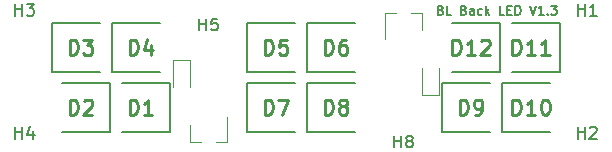
<source format=gbr>
G04 #@! TF.GenerationSoftware,KiCad,Pcbnew,(5.1.4)-1*
G04 #@! TF.CreationDate,2020-06-09T22:18:04-07:00*
G04 #@! TF.ProjectId,SkateLightBackLEDBoard,536b6174-654c-4696-9768-744261636b4c,rev?*
G04 #@! TF.SameCoordinates,Original*
G04 #@! TF.FileFunction,Legend,Top*
G04 #@! TF.FilePolarity,Positive*
%FSLAX46Y46*%
G04 Gerber Fmt 4.6, Leading zero omitted, Abs format (unit mm)*
G04 Created by KiCad (PCBNEW (5.1.4)-1) date 2020-06-09 22:18:04*
%MOMM*%
%LPD*%
G04 APERTURE LIST*
%ADD10C,0.127000*%
%ADD11C,0.120000*%
%ADD12C,0.100000*%
%ADD13C,0.200000*%
%ADD14C,0.150000*%
%ADD15C,0.254000*%
G04 APERTURE END LIST*
D10*
X11446571Y5724428D02*
X11555428Y5688142D01*
X11591714Y5651857D01*
X11628000Y5579285D01*
X11628000Y5470428D01*
X11591714Y5397857D01*
X11555428Y5361571D01*
X11482857Y5325285D01*
X11192571Y5325285D01*
X11192571Y6087285D01*
X11446571Y6087285D01*
X11519142Y6051000D01*
X11555428Y6014714D01*
X11591714Y5942142D01*
X11591714Y5869571D01*
X11555428Y5797000D01*
X11519142Y5760714D01*
X11446571Y5724428D01*
X11192571Y5724428D01*
X12317428Y5325285D02*
X11954571Y5325285D01*
X11954571Y6087285D01*
X13406000Y5724428D02*
X13514857Y5688142D01*
X13551142Y5651857D01*
X13587428Y5579285D01*
X13587428Y5470428D01*
X13551142Y5397857D01*
X13514857Y5361571D01*
X13442285Y5325285D01*
X13152000Y5325285D01*
X13152000Y6087285D01*
X13406000Y6087285D01*
X13478571Y6051000D01*
X13514857Y6014714D01*
X13551142Y5942142D01*
X13551142Y5869571D01*
X13514857Y5797000D01*
X13478571Y5760714D01*
X13406000Y5724428D01*
X13152000Y5724428D01*
X14240571Y5325285D02*
X14240571Y5724428D01*
X14204285Y5797000D01*
X14131714Y5833285D01*
X13986571Y5833285D01*
X13914000Y5797000D01*
X14240571Y5361571D02*
X14168000Y5325285D01*
X13986571Y5325285D01*
X13914000Y5361571D01*
X13877714Y5434142D01*
X13877714Y5506714D01*
X13914000Y5579285D01*
X13986571Y5615571D01*
X14168000Y5615571D01*
X14240571Y5651857D01*
X14930000Y5361571D02*
X14857428Y5325285D01*
X14712285Y5325285D01*
X14639714Y5361571D01*
X14603428Y5397857D01*
X14567142Y5470428D01*
X14567142Y5688142D01*
X14603428Y5760714D01*
X14639714Y5797000D01*
X14712285Y5833285D01*
X14857428Y5833285D01*
X14930000Y5797000D01*
X15256571Y5325285D02*
X15256571Y6087285D01*
X15329142Y5615571D02*
X15546857Y5325285D01*
X15546857Y5833285D02*
X15256571Y5543000D01*
X16816857Y5325285D02*
X16454000Y5325285D01*
X16454000Y6087285D01*
X17070857Y5724428D02*
X17324857Y5724428D01*
X17433714Y5325285D02*
X17070857Y5325285D01*
X17070857Y6087285D01*
X17433714Y6087285D01*
X17760285Y5325285D02*
X17760285Y6087285D01*
X17941714Y6087285D01*
X18050571Y6051000D01*
X18123142Y5978428D01*
X18159428Y5905857D01*
X18195714Y5760714D01*
X18195714Y5651857D01*
X18159428Y5506714D01*
X18123142Y5434142D01*
X18050571Y5361571D01*
X17941714Y5325285D01*
X17760285Y5325285D01*
X18994000Y6087285D02*
X19248000Y5325285D01*
X19502000Y6087285D01*
X20155142Y5325285D02*
X19719714Y5325285D01*
X19937428Y5325285D02*
X19937428Y6087285D01*
X19864857Y5978428D01*
X19792285Y5905857D01*
X19719714Y5869571D01*
X20481714Y5397857D02*
X20518000Y5361571D01*
X20481714Y5325285D01*
X20445428Y5361571D01*
X20481714Y5397857D01*
X20481714Y5325285D01*
X20772000Y6087285D02*
X21243714Y6087285D01*
X20989714Y5797000D01*
X21098571Y5797000D01*
X21171142Y5760714D01*
X21207428Y5724428D01*
X21243714Y5651857D01*
X21243714Y5470428D01*
X21207428Y5397857D01*
X21171142Y5361571D01*
X21098571Y5325285D01*
X20880857Y5325285D01*
X20808285Y5361571D01*
X20772000Y5397857D01*
D11*
X9806000Y800000D02*
X9806000Y-1485000D01*
X9806000Y-1485000D02*
X11276000Y-1485000D01*
X11276000Y-1485000D02*
X11276000Y800000D01*
X9835000Y5459000D02*
X9835000Y3999000D01*
X6675000Y5459000D02*
X6675000Y3299000D01*
X6675000Y5459000D02*
X7605000Y5459000D01*
X9835000Y5459000D02*
X8905000Y5459000D01*
X-9835000Y-5459000D02*
X-9835000Y-3999000D01*
X-6675000Y-5459000D02*
X-6675000Y-3299000D01*
X-6675000Y-5459000D02*
X-7605000Y-5459000D01*
X-9835000Y-5459000D02*
X-8905000Y-5459000D01*
D12*
X-5510660Y-106440D02*
G75*
G03X-5510660Y-106440I-50000J0D01*
G01*
X-6526660Y-106440D02*
G75*
G03X-6526660Y-106440I-50000J0D01*
G01*
D11*
X-11276000Y1485000D02*
X-11276000Y-800000D01*
X-9806000Y1485000D02*
X-11276000Y1485000D01*
X-9806000Y-800000D02*
X-9806000Y1485000D01*
D13*
X-11520000Y-465000D02*
X-15570000Y-465000D01*
X-11520000Y-4615000D02*
X-11520000Y-465000D01*
X-15570000Y-4615000D02*
X-11520000Y-4615000D01*
X-20650000Y-4615000D02*
X-16600000Y-4615000D01*
X-16600000Y-4615000D02*
X-16600000Y-465000D01*
X-16600000Y-465000D02*
X-20650000Y-465000D01*
X-17450000Y4615000D02*
X-21500000Y4615000D01*
X-21500000Y4615000D02*
X-21500000Y465000D01*
X-21500000Y465000D02*
X-17450000Y465000D01*
X-12370000Y4615000D02*
X-16420000Y4615000D01*
X-16420000Y4615000D02*
X-16420000Y465000D01*
X-16420000Y465000D02*
X-12370000Y465000D01*
X-4990000Y465000D02*
X-940000Y465000D01*
X-4990000Y4615000D02*
X-4990000Y465000D01*
X-940000Y4615000D02*
X-4990000Y4615000D01*
X90000Y465000D02*
X4140000Y465000D01*
X90000Y4615000D02*
X90000Y465000D01*
X4140000Y4615000D02*
X90000Y4615000D01*
X-4990000Y-4615000D02*
X-940000Y-4615000D01*
X-4990000Y-465000D02*
X-4990000Y-4615000D01*
X-940000Y-465000D02*
X-4990000Y-465000D01*
X4140000Y-465000D02*
X90000Y-465000D01*
X90000Y-465000D02*
X90000Y-4615000D01*
X90000Y-4615000D02*
X4140000Y-4615000D01*
X15570000Y-465000D02*
X11520000Y-465000D01*
X11520000Y-465000D02*
X11520000Y-4615000D01*
X11520000Y-4615000D02*
X15570000Y-4615000D01*
X16600000Y-4615000D02*
X20650000Y-4615000D01*
X16600000Y-465000D02*
X16600000Y-4615000D01*
X20650000Y-465000D02*
X16600000Y-465000D01*
X17450000Y465000D02*
X21500000Y465000D01*
X21500000Y465000D02*
X21500000Y4615000D01*
X21500000Y4615000D02*
X17450000Y4615000D01*
X16420000Y4615000D02*
X12370000Y4615000D01*
X16420000Y465000D02*
X16420000Y4615000D01*
X12370000Y465000D02*
X16420000Y465000D01*
D14*
X7493095Y-5905380D02*
X7493095Y-4905380D01*
X7493095Y-5381571D02*
X8064523Y-5381571D01*
X8064523Y-5905380D02*
X8064523Y-4905380D01*
X8683571Y-5333952D02*
X8588333Y-5286333D01*
X8540714Y-5238714D01*
X8493095Y-5143476D01*
X8493095Y-5095857D01*
X8540714Y-5000619D01*
X8588333Y-4953000D01*
X8683571Y-4905380D01*
X8874047Y-4905380D01*
X8969285Y-4953000D01*
X9016904Y-5000619D01*
X9064523Y-5095857D01*
X9064523Y-5143476D01*
X9016904Y-5238714D01*
X8969285Y-5286333D01*
X8874047Y-5333952D01*
X8683571Y-5333952D01*
X8588333Y-5381571D01*
X8540714Y-5429190D01*
X8493095Y-5524428D01*
X8493095Y-5714904D01*
X8540714Y-5810142D01*
X8588333Y-5857761D01*
X8683571Y-5905380D01*
X8874047Y-5905380D01*
X8969285Y-5857761D01*
X9016904Y-5810142D01*
X9064523Y-5714904D01*
X9064523Y-5524428D01*
X9016904Y-5429190D01*
X8969285Y-5381571D01*
X8874047Y-5333952D01*
X-9016904Y4000619D02*
X-9016904Y5000619D01*
X-9016904Y4524428D02*
X-8445476Y4524428D01*
X-8445476Y4000619D02*
X-8445476Y5000619D01*
X-7493095Y5000619D02*
X-7969285Y5000619D01*
X-8016904Y4524428D01*
X-7969285Y4572047D01*
X-7874047Y4619666D01*
X-7635952Y4619666D01*
X-7540714Y4572047D01*
X-7493095Y4524428D01*
X-7445476Y4429190D01*
X-7445476Y4191095D01*
X-7493095Y4095857D01*
X-7540714Y4048238D01*
X-7635952Y4000619D01*
X-7874047Y4000619D01*
X-7969285Y4048238D01*
X-8016904Y4095857D01*
X23050595Y5254619D02*
X23050595Y6254619D01*
X23050595Y5778428D02*
X23622023Y5778428D01*
X23622023Y5254619D02*
X23622023Y6254619D01*
X24622023Y5254619D02*
X24050595Y5254619D01*
X24336309Y5254619D02*
X24336309Y6254619D01*
X24241071Y6111761D01*
X24145833Y6016523D01*
X24050595Y5968904D01*
X23050595Y-5159380D02*
X23050595Y-4159380D01*
X23050595Y-4635571D02*
X23622023Y-4635571D01*
X23622023Y-5159380D02*
X23622023Y-4159380D01*
X24050595Y-4254619D02*
X24098214Y-4207000D01*
X24193452Y-4159380D01*
X24431547Y-4159380D01*
X24526785Y-4207000D01*
X24574404Y-4254619D01*
X24622023Y-4349857D01*
X24622023Y-4445095D01*
X24574404Y-4587952D01*
X24002976Y-5159380D01*
X24622023Y-5159380D01*
X-24574404Y5254619D02*
X-24574404Y6254619D01*
X-24574404Y5778428D02*
X-24002976Y5778428D01*
X-24002976Y5254619D02*
X-24002976Y6254619D01*
X-23622023Y6254619D02*
X-23002976Y6254619D01*
X-23336309Y5873666D01*
X-23193452Y5873666D01*
X-23098214Y5826047D01*
X-23050595Y5778428D01*
X-23002976Y5683190D01*
X-23002976Y5445095D01*
X-23050595Y5349857D01*
X-23098214Y5302238D01*
X-23193452Y5254619D01*
X-23479166Y5254619D01*
X-23574404Y5302238D01*
X-23622023Y5349857D01*
X-24574404Y-5159380D02*
X-24574404Y-4159380D01*
X-24574404Y-4635571D02*
X-24002976Y-4635571D01*
X-24002976Y-5159380D02*
X-24002976Y-4159380D01*
X-23098214Y-4492714D02*
X-23098214Y-5159380D01*
X-23336309Y-4111761D02*
X-23574404Y-4826047D01*
X-22955357Y-4826047D01*
D15*
X-14907380Y-3114523D02*
X-14907380Y-1844523D01*
X-14605000Y-1844523D01*
X-14423571Y-1905000D01*
X-14302619Y-2025952D01*
X-14242142Y-2146904D01*
X-14181666Y-2388809D01*
X-14181666Y-2570238D01*
X-14242142Y-2812142D01*
X-14302619Y-2933095D01*
X-14423571Y-3054047D01*
X-14605000Y-3114523D01*
X-14907380Y-3114523D01*
X-12972142Y-3114523D02*
X-13697857Y-3114523D01*
X-13335000Y-3114523D02*
X-13335000Y-1844523D01*
X-13455952Y-2025952D01*
X-13576904Y-2146904D01*
X-13697857Y-2207380D01*
X-19987380Y-3114523D02*
X-19987380Y-1844523D01*
X-19685000Y-1844523D01*
X-19503571Y-1905000D01*
X-19382619Y-2025952D01*
X-19322142Y-2146904D01*
X-19261666Y-2388809D01*
X-19261666Y-2570238D01*
X-19322142Y-2812142D01*
X-19382619Y-2933095D01*
X-19503571Y-3054047D01*
X-19685000Y-3114523D01*
X-19987380Y-3114523D01*
X-18777857Y-1965476D02*
X-18717380Y-1905000D01*
X-18596428Y-1844523D01*
X-18294047Y-1844523D01*
X-18173095Y-1905000D01*
X-18112619Y-1965476D01*
X-18052142Y-2086428D01*
X-18052142Y-2207380D01*
X-18112619Y-2388809D01*
X-18838333Y-3114523D01*
X-18052142Y-3114523D01*
X-19987380Y1965476D02*
X-19987380Y3235476D01*
X-19685000Y3235476D01*
X-19503571Y3175000D01*
X-19382619Y3054047D01*
X-19322142Y2933095D01*
X-19261666Y2691190D01*
X-19261666Y2509761D01*
X-19322142Y2267857D01*
X-19382619Y2146904D01*
X-19503571Y2025952D01*
X-19685000Y1965476D01*
X-19987380Y1965476D01*
X-18838333Y3235476D02*
X-18052142Y3235476D01*
X-18475476Y2751666D01*
X-18294047Y2751666D01*
X-18173095Y2691190D01*
X-18112619Y2630714D01*
X-18052142Y2509761D01*
X-18052142Y2207380D01*
X-18112619Y2086428D01*
X-18173095Y2025952D01*
X-18294047Y1965476D01*
X-18656904Y1965476D01*
X-18777857Y2025952D01*
X-18838333Y2086428D01*
X-14907380Y1965476D02*
X-14907380Y3235476D01*
X-14605000Y3235476D01*
X-14423571Y3175000D01*
X-14302619Y3054047D01*
X-14242142Y2933095D01*
X-14181666Y2691190D01*
X-14181666Y2509761D01*
X-14242142Y2267857D01*
X-14302619Y2146904D01*
X-14423571Y2025952D01*
X-14605000Y1965476D01*
X-14907380Y1965476D01*
X-13093095Y2812142D02*
X-13093095Y1965476D01*
X-13395476Y3295952D02*
X-13697857Y2388809D01*
X-12911666Y2388809D01*
X-3477380Y1965476D02*
X-3477380Y3235476D01*
X-3175000Y3235476D01*
X-2993571Y3175000D01*
X-2872619Y3054047D01*
X-2812142Y2933095D01*
X-2751666Y2691190D01*
X-2751666Y2509761D01*
X-2812142Y2267857D01*
X-2872619Y2146904D01*
X-2993571Y2025952D01*
X-3175000Y1965476D01*
X-3477380Y1965476D01*
X-1602619Y3235476D02*
X-2207380Y3235476D01*
X-2267857Y2630714D01*
X-2207380Y2691190D01*
X-2086428Y2751666D01*
X-1784047Y2751666D01*
X-1663095Y2691190D01*
X-1602619Y2630714D01*
X-1542142Y2509761D01*
X-1542142Y2207380D01*
X-1602619Y2086428D01*
X-1663095Y2025952D01*
X-1784047Y1965476D01*
X-2086428Y1965476D01*
X-2207380Y2025952D01*
X-2267857Y2086428D01*
X1602619Y1965476D02*
X1602619Y3235476D01*
X1905000Y3235476D01*
X2086428Y3175000D01*
X2207380Y3054047D01*
X2267857Y2933095D01*
X2328333Y2691190D01*
X2328333Y2509761D01*
X2267857Y2267857D01*
X2207380Y2146904D01*
X2086428Y2025952D01*
X1905000Y1965476D01*
X1602619Y1965476D01*
X3416904Y3235476D02*
X3175000Y3235476D01*
X3054047Y3175000D01*
X2993571Y3114523D01*
X2872619Y2933095D01*
X2812142Y2691190D01*
X2812142Y2207380D01*
X2872619Y2086428D01*
X2933095Y2025952D01*
X3054047Y1965476D01*
X3295952Y1965476D01*
X3416904Y2025952D01*
X3477380Y2086428D01*
X3537857Y2207380D01*
X3537857Y2509761D01*
X3477380Y2630714D01*
X3416904Y2691190D01*
X3295952Y2751666D01*
X3054047Y2751666D01*
X2933095Y2691190D01*
X2872619Y2630714D01*
X2812142Y2509761D01*
X-3477380Y-3114523D02*
X-3477380Y-1844523D01*
X-3175000Y-1844523D01*
X-2993571Y-1905000D01*
X-2872619Y-2025952D01*
X-2812142Y-2146904D01*
X-2751666Y-2388809D01*
X-2751666Y-2570238D01*
X-2812142Y-2812142D01*
X-2872619Y-2933095D01*
X-2993571Y-3054047D01*
X-3175000Y-3114523D01*
X-3477380Y-3114523D01*
X-2328333Y-1844523D02*
X-1481666Y-1844523D01*
X-2025952Y-3114523D01*
X1602619Y-3114523D02*
X1602619Y-1844523D01*
X1905000Y-1844523D01*
X2086428Y-1905000D01*
X2207380Y-2025952D01*
X2267857Y-2146904D01*
X2328333Y-2388809D01*
X2328333Y-2570238D01*
X2267857Y-2812142D01*
X2207380Y-2933095D01*
X2086428Y-3054047D01*
X1905000Y-3114523D01*
X1602619Y-3114523D01*
X3054047Y-2388809D02*
X2933095Y-2328333D01*
X2872619Y-2267857D01*
X2812142Y-2146904D01*
X2812142Y-2086428D01*
X2872619Y-1965476D01*
X2933095Y-1905000D01*
X3054047Y-1844523D01*
X3295952Y-1844523D01*
X3416904Y-1905000D01*
X3477380Y-1965476D01*
X3537857Y-2086428D01*
X3537857Y-2146904D01*
X3477380Y-2267857D01*
X3416904Y-2328333D01*
X3295952Y-2388809D01*
X3054047Y-2388809D01*
X2933095Y-2449285D01*
X2872619Y-2509761D01*
X2812142Y-2630714D01*
X2812142Y-2872619D01*
X2872619Y-2993571D01*
X2933095Y-3054047D01*
X3054047Y-3114523D01*
X3295952Y-3114523D01*
X3416904Y-3054047D01*
X3477380Y-2993571D01*
X3537857Y-2872619D01*
X3537857Y-2630714D01*
X3477380Y-2509761D01*
X3416904Y-2449285D01*
X3295952Y-2388809D01*
X13032619Y-3114523D02*
X13032619Y-1844523D01*
X13335000Y-1844523D01*
X13516428Y-1905000D01*
X13637380Y-2025952D01*
X13697857Y-2146904D01*
X13758333Y-2388809D01*
X13758333Y-2570238D01*
X13697857Y-2812142D01*
X13637380Y-2933095D01*
X13516428Y-3054047D01*
X13335000Y-3114523D01*
X13032619Y-3114523D01*
X14363095Y-3114523D02*
X14605000Y-3114523D01*
X14725952Y-3054047D01*
X14786428Y-2993571D01*
X14907380Y-2812142D01*
X14967857Y-2570238D01*
X14967857Y-2086428D01*
X14907380Y-1965476D01*
X14846904Y-1905000D01*
X14725952Y-1844523D01*
X14484047Y-1844523D01*
X14363095Y-1905000D01*
X14302619Y-1965476D01*
X14242142Y-2086428D01*
X14242142Y-2388809D01*
X14302619Y-2509761D01*
X14363095Y-2570238D01*
X14484047Y-2630714D01*
X14725952Y-2630714D01*
X14846904Y-2570238D01*
X14907380Y-2509761D01*
X14967857Y-2388809D01*
X17507857Y-3114523D02*
X17507857Y-1844523D01*
X17810238Y-1844523D01*
X17991666Y-1905000D01*
X18112619Y-2025952D01*
X18173095Y-2146904D01*
X18233571Y-2388809D01*
X18233571Y-2570238D01*
X18173095Y-2812142D01*
X18112619Y-2933095D01*
X17991666Y-3054047D01*
X17810238Y-3114523D01*
X17507857Y-3114523D01*
X19443095Y-3114523D02*
X18717380Y-3114523D01*
X19080238Y-3114523D02*
X19080238Y-1844523D01*
X18959285Y-2025952D01*
X18838333Y-2146904D01*
X18717380Y-2207380D01*
X20229285Y-1844523D02*
X20350238Y-1844523D01*
X20471190Y-1905000D01*
X20531666Y-1965476D01*
X20592142Y-2086428D01*
X20652619Y-2328333D01*
X20652619Y-2630714D01*
X20592142Y-2872619D01*
X20531666Y-2993571D01*
X20471190Y-3054047D01*
X20350238Y-3114523D01*
X20229285Y-3114523D01*
X20108333Y-3054047D01*
X20047857Y-2993571D01*
X19987380Y-2872619D01*
X19926904Y-2630714D01*
X19926904Y-2328333D01*
X19987380Y-2086428D01*
X20047857Y-1965476D01*
X20108333Y-1905000D01*
X20229285Y-1844523D01*
X17507857Y1965476D02*
X17507857Y3235476D01*
X17810238Y3235476D01*
X17991666Y3175000D01*
X18112619Y3054047D01*
X18173095Y2933095D01*
X18233571Y2691190D01*
X18233571Y2509761D01*
X18173095Y2267857D01*
X18112619Y2146904D01*
X17991666Y2025952D01*
X17810238Y1965476D01*
X17507857Y1965476D01*
X19443095Y1965476D02*
X18717380Y1965476D01*
X19080238Y1965476D02*
X19080238Y3235476D01*
X18959285Y3054047D01*
X18838333Y2933095D01*
X18717380Y2872619D01*
X20652619Y1965476D02*
X19926904Y1965476D01*
X20289761Y1965476D02*
X20289761Y3235476D01*
X20168809Y3054047D01*
X20047857Y2933095D01*
X19926904Y2872619D01*
X12427857Y1965476D02*
X12427857Y3235476D01*
X12730238Y3235476D01*
X12911666Y3175000D01*
X13032619Y3054047D01*
X13093095Y2933095D01*
X13153571Y2691190D01*
X13153571Y2509761D01*
X13093095Y2267857D01*
X13032619Y2146904D01*
X12911666Y2025952D01*
X12730238Y1965476D01*
X12427857Y1965476D01*
X14363095Y1965476D02*
X13637380Y1965476D01*
X14000238Y1965476D02*
X14000238Y3235476D01*
X13879285Y3054047D01*
X13758333Y2933095D01*
X13637380Y2872619D01*
X14846904Y3114523D02*
X14907380Y3175000D01*
X15028333Y3235476D01*
X15330714Y3235476D01*
X15451666Y3175000D01*
X15512142Y3114523D01*
X15572619Y2993571D01*
X15572619Y2872619D01*
X15512142Y2691190D01*
X14786428Y1965476D01*
X15572619Y1965476D01*
M02*

</source>
